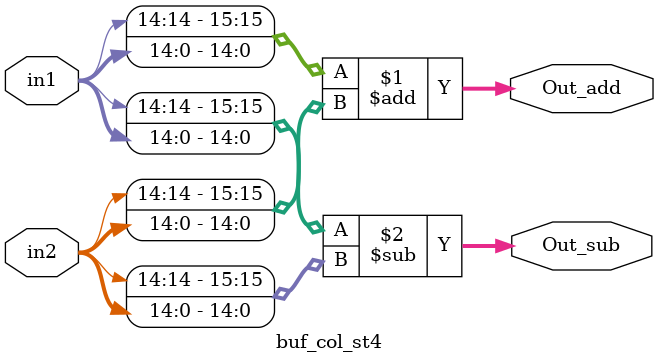
<source format=v>

module DCT_1D_col
    #(parameter C_bit = 7, parameter BW = 12, parameter IN = 12)

    (X_k_out, x_n_in, clk, rstn, block_flag);

    output [16*BW-1:0]X_k_out;
    input [16*IN-1:0]x_n_in;  
    input clk, rstn, block_flag;

    //(12.0)
    wire signed[IN-1:0] x_0  = $signed(x_n_in[15*IN +: IN]);
    wire signed[IN-1:0] x_1  = $signed(x_n_in[14*IN +: IN]);
    wire signed[IN-1:0] x_2  = $signed(x_n_in[13*IN +: IN]);
    wire signed[IN-1:0] x_3  = $signed(x_n_in[12*IN +: IN]);
    wire signed[IN-1:0] x_4  = $signed(x_n_in[11*IN +: IN]);
    wire signed[IN-1:0] x_5  = $signed(x_n_in[10*IN +: IN]);
    wire signed[IN-1:0] x_6  = $signed(x_n_in[ 9*IN +: IN]);
    wire signed[IN-1:0] x_7  = $signed(x_n_in[ 8*IN +: IN]);
    wire signed[IN-1:0] x_8  = $signed(x_n_in[ 7*IN +: IN]);
    wire signed[IN-1:0] x_9  = $signed(x_n_in[ 6*IN +: IN]);
    wire signed[IN-1:0] x_10 = $signed(x_n_in[ 5*IN +: IN]);
    wire signed[IN-1:0] x_11 = $signed(x_n_in[ 4*IN +: IN]);
    wire signed[IN-1:0] x_12 = $signed(x_n_in[ 3*IN +: IN]);
    wire signed[IN-1:0] x_13 = $signed(x_n_in[ 2*IN +: IN]);
    wire signed[IN-1:0] x_14 = $signed(x_n_in[ 1*IN +: IN]);
    wire signed[IN-1:0] x_15 = $signed(x_n_in[ 0*IN +: IN]);

    wire signed[13-1:0] X_0_15_a, X_0_15_s;
    wire signed[13-1:0] X_1_14_a, X_1_14_s;
    wire signed[13-1:0] X_2_13_a, X_2_13_s;
    wire signed[13-1:0] X_3_12_a, X_3_12_s;
    wire signed[13-1:0] X_4_11_a, X_4_11_s;
    wire signed[13-1:0] X_5_10_a, X_5_10_s;
    wire signed[13-1:0] X_6_9_a, X_6_9_s;
    wire signed[13-1:0] X_7_8_a, X_7_8_s;


    wire signed[23-1:0] X_4, X_12;
    wire signed[12-1:0] X_4_trunc, X_12_trunc;

    // Common stage (Even, Odd) (12.0)
    buf_col_st1 buf1( X_0_15_a, X_0_15_s, x_0, x_15);
    buf_col_st1 buf2( X_1_14_a, X_1_14_s, x_1, x_14);
    buf_col_st1 buf3( X_2_13_a, X_2_13_s, x_2, x_13);
    buf_col_st1 buf4( X_3_12_a, X_3_12_s, x_3, x_12);
    buf_col_st1 buf5( X_4_11_a, X_4_11_s, x_4, x_11);
    buf_col_st1 buf6( X_5_10_a, X_5_10_s, x_5, x_10);
    buf_col_st1 buf7( X_6_9_a,  X_6_9_s,  x_6, x_9);
    buf_col_st1 buf8( X_7_8_a,  X_7_8_s,  x_7, x_8);

    wire signed[14-1:0] X_0_7_8_15_a, X_1_6_9_14_a, X_2_5_10_13_a, X_3_4_11_12_a;
    wire signed[14-1:0] X_0_7_8_15_s, X_1_6_9_14_s, X_2_5_10_13_s, X_3_4_11_12_s;

    // Even stage (13.0)
    buf_col_st2 buf2_1 (X_0_7_8_15_a,  X_0_7_8_15_s,  X_0_15_a, X_7_8_a);
    buf_col_st2 buf2_2 (X_1_6_9_14_a,  X_1_6_9_14_s,  X_1_14_a, X_6_9_a);
    buf_col_st2 buf2_3 (X_2_5_10_13_a, X_2_5_10_13_s, X_2_13_a, X_5_10_a);
    buf_col_st2 buf2_4 (X_3_4_11_12_a, X_3_4_11_12_s, X_3_12_a, X_4_11_a);

    wire signed[15-1:0] X1, X2, X3, X4;
    // 11 bit outcome (14.0)
    buf_col_st3 buf3_1 (X2, X4, X_1_6_9_14_a, X_2_5_10_13_a);
    buf_col_st3 buf3_2 (X1, X3, X_0_7_8_15_a,  X_3_4_11_12_a);

    // Even의 Even의 Even
    ////////////////////****** X[0], X[8] ******////////////////////
    wire signed[16-1:0] Pre_X_0;
    wire signed[16-1:0] Pre_X_8;
    wire signed[17-1:0] X_0;
    wire signed[21-1:0] X_8;
    wire signed[12-1:0] X_0_trunc; 
    wire signed[12-1:0] X_8_trunc;
    wire signed[12-1:0] X_0_test;
    wire overflow0, overflow1;

    // 15bit outcome (15.0)
    buf_col_st4 buf4_1 (Pre_X_0, Pre_X_8, X1, X2);

    // 19bit outcome (19.4) 승화가 알려준 꿀팁. $unsigned()
    ///assign overflow0 = ((Pre_X_0[15-1] & ~X1[14-1] & ~X2[14-1])) || ((~Pre_X_0[15-1] & X1[14-1] & X2[14-1]));
    //assign X_0 = overflow ? 15'b001111111111111 : $signed(Pre_X_0);
    
    assign X_0 = $signed(Pre_X_0);
    // 19bit outcome
    assign X_8 = $signed(Pre_X_8 << 4);

    // 12bit (12.0)
    assign X_0_test = block_flag ? X_0 >>> 3 : X_0 >>> 1;
    xor(overflow0, X_0_test[12-1], Pre_X_0[15-1]);
    // + 150 -50
    assign X_0_trunc = overflow0 ? (X_0_test[12-1] ? 12'b011111111111 : 12'b100000000000) : X_0_test;
    assign X_8_trunc = X_8[17-1:5];

    // Even의 Even의 Odd
    ////////////////////****** X[4], X[12] ******////////////////////
    // 19bit outcome (19.6)
    //buf_col_st4_mult buf4_2 (X_4, X_12, X3, X4, C_4, C_12);

    assign X_4 = $signed((X3 << 4)) + $signed((X3 << 2)) + $signed(X3) + $signed(X4 << 3) + $signed(X4);
    assign X_12 = (X3 <<< 3) + (X3) - ((X4 <<< 4) + (X4 <<< 2) + X4);
    
    // 12bit (12.1) 앞에서 6비트, 뒤에서 5비트 자르기
    assign X_4_trunc = X_4[17-1:5];
    assign X_12_trunc = X_12[17-1:5];

    // Even의 Odd
    ////////////////////****** X[2], X[6], X[10], X[14] ******////////////////////
    // 18.6
    wire signed [22-1:0] Pre_X_10_1, Pre_X_6_1, Pre_X_10_2, Pre_X_6_2;
    //buf_col_st3_mult buf3_3 (Pre_X_10_1, Pre_X_6_1, X_0_7_8_15_s, X_3_4_11_12_s, C_10, C_6);
    //buf_col_st3_mult buf3_4 (Pre_X_6_2, Pre_X_10_2, X_1_6_9_14_s, X_2_5_10_13_s, C_14, C_2);

    // C10 = 0001101, C6 = 0010011
    // C10 * X_0_7_8_15_s + C6 * X_3_4_11_12_s
    // -C10 * X_3_4_11_12 + C6 * X_0_7_8_15_s
    assign Pre_X_10_1 = (X_0_7_8_15_s <<< 3) + (X_0_7_8_15_s <<< 2) + (X_0_7_8_15_s) + (X_3_4_11_12_s <<< 4) + (X_3_4_11_12_s <<< 1) + (X_3_4_11_12_s);
    assign Pre_X_6_1 = -((X_3_4_11_12_s <<< 3) + (X_3_4_11_12_s <<< 2) + (X_3_4_11_12_s)) + ((X_0_7_8_15_s <<< 4) + (X_0_7_8_15_s <<< 1) + (X_0_7_8_15_s));

    // C14 = 0000100, C2 = 0010110
    // C14 * X_1_6_9_14_s + C2 * X_2_5_10_13_s
    // -C14 * X_2_5_10_13_s + C2 * X_1_6_9_14_s
    assign Pre_X_6_2 = (X_1_6_9_14_s <<< 2)  + (X_2_5_10_13_s <<< 4) + (X_2_5_10_13_s <<< 2) + (X_2_5_10_13_s <<< 1);
    assign Pre_X_10_2 = -((X_2_5_10_13_s <<< 2)) + ((X_1_6_9_14_s <<< 4) + (X_1_6_9_14_s <<< 2) + (X_1_6_9_14_s <<< 1));
    
    // 22.6
    wire signed [23-1:0] X_10, X_6;
    // 22bit outcome
    assign X_10 = Pre_X_10_1 - Pre_X_10_2;
    assign X_6 = Pre_X_6_1 - Pre_X_6_2;

    // 12bit truncation
    wire signed [12-1:0] X_10_trunc, X_6_trunc;
    assign X_10_trunc = X_10[17-1:5];
    assign X_6_trunc = X_6[17-1:5];

    // X[2], X[6]
    wire signed [22-1:0] Pre_X_2_1, Pre_X_14_1, Pre_X_2_2, Pre_X_14_2;
    //buf_col_st3_mult buf3_5 (Pre_X_2_1, Pre_X_14_1, X_0_7_8_15_s, X_3_4_11_12_s, C_2, C_14);
    //buf_col_st3_mult buf3_6 (Pre_X_2_2, Pre_X_14_2, X_2_5_10_13_s, X_1_6_9_14_s, C_10, C_6);

    // C2 = 0010110, C14 = 0000100
    // C2 * X_0_7_8_15_s + C14 * X_3_4_11_12_s
    // -C2 * X_3_4_11_12_s + C14 * X_0_7_8_15_s
    assign Pre_X_2_1 = (X_0_7_8_15_s <<< 4) + (X_0_7_8_15_s <<< 2) + (X_0_7_8_15_s <<< 1) + (X_3_4_11_12_s <<< 2);
    assign Pre_X_14_1 = -((X_3_4_11_12_s <<< 4) + (X_3_4_11_12_s <<< 2) + (X_3_4_11_12_s <<< 1)) + ((X_0_7_8_15_s <<< 2));

    // C10 = 0001101, C6 = 0010011
    // C10 * X_2_5_10_13_s + C6 * X_1_6_9_14_s
    // -C10 * X_1_6_9_14_s + C6 * X_2_5_10_13_s
    assign Pre_X_2_2 = (X_2_5_10_13_s <<< 3) + (X_2_5_10_13_s <<< 2) + (X_2_5_10_13_s) + (X_1_6_9_14_s <<< 4) + (X_1_6_9_14_s <<< 1) + (X_1_6_9_14_s);
    assign Pre_X_14_2 = -((X_1_6_9_14_s <<< 3) + (X_1_6_9_14_s <<< 2) + (X_1_6_9_14_s)) + ((X_2_5_10_13_s <<< 4) + (X_2_5_10_13_s <<< 1) + (X_2_5_10_13_s));

    wire signed [23-1:0] X_2, X_14;
    // 19bit outcome
    assign X_2 = Pre_X_2_1 + Pre_X_2_2;
    assign X_14 = Pre_X_14_1 + Pre_X_14_2;

    // 12bit truncation
    wire signed [12-1:0] X_2_trunc, X_14_trunc;
    assign X_2_trunc = X_2[17-1:5];
    assign X_14_trunc = X_14[17-1:5];

    // Odd part
    ////////////////////****** X[1], X[15] ******////////////////////

    wire signed [23-1:0] Pre_X_1, Pre_X_15;
    wire signed [21-1:0] X1_1, X15_1, X1_2, X15_2, X1_3, X15_3, X1_4, X15_4;
    wire signed [12-1:0] X_1_test;
    wire overflow_chk1;
    
    //buf_col_st2_mult buf_1_15_1 (X1_1, X15_1, X_0_15_s, X_7_8_s, C_1, C_15);
    //buf_col_st2_mult buf_1_15_2 (X1_2, X15_2, X_1_14_s, X_6_9_s, C_3, C_13);
    //buf_col_st2_mult buf_1_15_3 (X1_3, X15_3, X_2_13_s, X_5_10_s, C_5, C_11);
    //buf_col_st2_mult buf_1_15_4 (X1_4, X15_4, X_3_12_s, X_4_11_s, C_7, C_9);

    // C1 = 0010111, C15 = 0000010
    // C1 * X_0_15_s + C15 * X_7_8_s
    // -C1 * X_7_8_s + C15 * X_0_15_s
    assign X1_1 = (X_0_15_s <<< 4) + (X_0_15_s <<< 2) + (X_0_15_s <<< 1) + X_0_15_s + (X_7_8_s <<< 1);
    assign X15_1 = -((X_7_8_s <<< 4) + (X_7_8_s <<< 2) + (X_7_8_s <<< 1) + X_7_8_s) + ((X_0_15_s <<< 1));

    // C3 = 0010110, C13 = 0000111
    // C3 * X_1_14_s + C13 * X_6_9_s
    // -C3 * X_6_9_s + C13 * X_1_14_s
    assign X1_2 = ((X_1_14_s <<< 4)+(X_1_14_s <<< 2)+(X_1_14_s <<< 1))  + (X_6_9_s <<< 2) + (X_6_9_s <<< 1) + (X_6_9_s);
    assign X15_2 = -((X_6_9_s <<< 4) + (X_6_9_s <<< 2) + (X_6_9_s <<< 1)) + ((X_1_14_s <<< 2)+(X_1_14_s <<< 1)+(X_1_14_s));

    // C5 = 0010100, C11 = 0001011
    // C5 * X_2_13_s + C11 * X_5_10_s
    // -C5 * X_5_10_s + C11 * X_2_13_s
    assign X1_3 = (X_2_13_s <<< 4) + (X_2_13_s <<< 2) + (X_5_10_s <<< 3) + (X_5_10_s <<< 1) + (X_5_10_s);
    assign X15_3 = -((X_5_10_s <<< 4) + (X_5_10_s <<< 2)) + ((X_2_13_s <<< 3) + (X_2_13_s <<< 1) + (X_2_13_s));

    // C7 = 0010001, C9 = 0001110
    // C7 * X_3_12_s + C9 * X_4_11_s
    // -C7 * X_4_11_s + C9 * X_3_12_s
    assign X1_4 = (X_3_12_s <<< 4) + (X_3_12_s) + (X_4_11_s <<< 3) + (X_4_11_s <<< 2) + (X_4_11_s <<< 1);
    assign X15_4 = -((X_4_11_s <<< 4) + (X_4_11_s)) + ((X_3_12_s <<< 3) + (X_3_12_s <<< 2) + (X_3_12_s <<< 1));

    assign Pre_X_1 = X1_1 + X1_2 + X1_3 + X1_4;
    assign X_1_test = Pre_X_1[17-1:5];
    assign Pre_X_15 = X15_1 - X15_2 + X15_3 - X15_4;

    xor(overflow_chk1, X_1_test[12-1], Pre_X_1[22-1]);

    // 11bit truncation
    wire signed [12-1:0] X_1_trunc, X_15_trunc;
    assign X_1_trunc = overflow_chk1? (X_1_test[12-1] ? 12'b011111111111 : 12'b100000000000) : X_1_test;
    assign X_15_trunc = Pre_X_15[17-1:5];


    ////////////////////****** X[3], X[13] ******////////////////////

    wire signed [24-1:0] Pre_X_3, Pre_X_13;
    wire signed [21-1:0] X3_1, X13_1, X3_2, X13_2, X3_3, X13_3, X3_4, X13_4;

    //buf_col_st2_mult buf_3_13_1 (X3_1, X13_1, X_0_15_s, -X_7_8_s, C_3, C_13);
    //buf_col_st2_mult buf_3_13_2 (X3_2, X13_2, X_1_14_s, -X_6_9_s, C_9, C_7);
    //buf_col_st2_mult buf_3_13_3 (X3_3, X13_3, X_2_13_s, -X_5_10_s, C_15, C_1);
    //buf_col_st2_mult buf_3_13_4 (X3_4, X13_4, X_3_12_s, X_4_11_s, C_11, C_5);

    // C3 = 0010110, C13 = 0000111
    // C3 * X_0_15_s  C13 * X_7_8_s
    // -C3 * X_7_8_s + C13 * X_0_15_s
    //assign X_7_8_s = -X_7_8_s;
    assign X3_1 = (X_0_15_s <<< 4) + (X_0_15_s <<< 2) + (X_0_15_s <<< 1) -((X_7_8_s <<< 2) + (X_7_8_s <<< 1) + (X_7_8_s));
    assign X13_1 = ((X_7_8_s <<< 4) + (X_7_8_s <<< 2) + (X_7_8_s <<< 1)) + ((X_0_15_s <<< 2) + (X_0_15_s <<< 1) + (X_0_15_s));

    // C9 = 0001110, C7 = 0010001
    // C9 * X_1_14_s + C7 * X_6_9_s
    // -C9 * X_6_9_s + C7 * X_1_14_s
    //assign X_6_9_s = -X_6_9_s;
    assign X3_2 = (X_1_14_s <<< 3) + (X_1_14_s <<< 2) + (X_1_14_s <<< 1) - ((X_6_9_s <<< 4) + (X_6_9_s));
    assign X13_2 = ((X_6_9_s <<< 3) + (X_6_9_s <<< 2) + (X_6_9_s <<< 1)) + ((X_1_14_s <<< 4) + (X_1_14_s));

    // C15 = 0000010, C1 = 0010111
    // C15 * X_2_13_s + C1 * X_5_10_s
    // -C15 * X_5_10_s + C1 * X_2_13_s
    //assign X_5_10_s = -X_5_10_s;
    assign X3_3 = (X_2_13_s <<< 1) - ((X_5_10_s <<< 4) + (X_5_10_s <<< 2) + (X_5_10_s <<< 1) + X_5_10_s);
    assign X13_3 = ((X_5_10_s <<< 1)) + ((X_2_13_s <<< 4) + (X_2_13_s <<< 2) + (X_2_13_s <<< 1) + (X_2_13_s));

    // C11 = 0001011, C5 = 0010100
    // C11 * X_3_12_s + C5 * X_4_11_s
    // -C11 * X_4_11_s + C5 * X_3_12_s
    assign X3_4 = ((X_3_12_s <<< 3) + (X_3_12_s <<< 1) + (X_3_12_s)) + (X_4_11_s <<< 4) + (X_4_11_s <<< 2);
    assign X13_4 = -((X_4_11_s <<< 3) + (X_4_11_s <<< 1) + (X_4_11_s)) + ((X_3_12_s <<< 4) + (X_3_12_s <<< 2));

    assign Pre_X_3 = X3_1 + X3_2 + X3_3 - X3_4;
    assign Pre_X_13 = X13_1 - X13_2 + X13_3 - X13_4;

    // 11bit truncation
    wire signed [12-1:0] X_3_trunc, X_13_trunc;
    assign X_3_trunc = Pre_X_3[17-1:5];
    assign X_13_trunc = Pre_X_13[17-1:5];

    ////////////////////****** X[5], X[11] ******////////////////////

    wire signed [24-1:0] Pre_X_5, Pre_X_11;
    wire signed [21-1:0] X5_1, X11_1, X5_2, X11_2, X5_3, X11_3, X5_4, X11_4;
    
    //buf_col_st2_mult buf_5_11_1 (X5_1, X11_1, X_0_15_s, X_7_8_s, C_5, C_11);
    //buf_col_st2_mult buf_5_11_2 (X5_2, X11_2, X_1_14_s, X_6_9_s, C_15, C_1);
    //buf_col_st2_mult buf_5_11_3 (X5_3, X11_3, X_2_13_s, -X_5_10_s, C_7, C_9);
    //buf_col_st2_mult buf_5_11_4 (X5_4, X11_4, X_3_12_s, X_4_11_s, C_3, C_13);

    // C5 = 0010100, C11 = 0001011
    // C5 * X_0_15_s + C11 * X_7_8_s
    // -C5 * X_7_8_s + C11 * X_0_15_s
    assign X5_1 = (X_0_15_s <<< 4) + (X_0_15_s <<< 2) + (X_7_8_s <<< 3) + (X_7_8_s <<< 1) + (X_7_8_s);
    assign X11_1 = -((X_7_8_s <<< 4) + (X_7_8_s <<< 2)) + ((X_0_15_s <<< 3) + (X_0_15_s <<< 1) + (X_0_15_s));

    // C15 = 0000010, C1 = 0010111
    // C15 * X_1_14_s + C1 * X_6_9_s
    // -C15 * X_6_9_s + C1 * X_1_14_s
    assign X5_2 = (X_1_14_s <<< 1) + ((X_6_9_s <<< 4) + (X_6_9_s <<< 2) + (X_6_9_s <<< 1) + X_6_9_s);
    assign X11_2 = -((X_6_9_s <<< 1)) + ((X_1_14_s <<< 4) + (X_1_14_s <<< 2) + (X_1_14_s <<< 1) + (X_1_14_s));

    // C7 = 0010001, C9 = 0001110
    // C7 * X_2_13_s + C9 * X_5_10_s
    // -C7 * X_5_10_s + C9 * X_2_13_s
    assign X5_3 = (X_2_13_s <<< 4) + (X_2_13_s) - ((X_5_10_s <<< 3) + (X_5_10_s <<< 2) + (X_5_10_s <<< 1));
    assign X11_3 = ((X_5_10_s <<< 4) + (X_5_10_s)) + ((X_2_13_s <<< 3) + (X_2_13_s <<< 2) + (X_2_13_s <<< 1));

    // C3 = 0010110, C13 = 0000111
    // C3 * X_3_12_s + C13 * X_4_11_s
    // -C3 * X_4_11_s + C13 * X_3_12_s
    assign X5_4 = (X_3_12_s <<< 4) + (X_3_12_s <<< 2) + (X_3_12_s <<< 1) + (X_4_11_s <<< 2) + (X_4_11_s <<< 1) + X_4_11_s;
    assign X11_4 = -((X_4_11_s <<< 4) + (X_4_11_s <<< 2) + (X_4_11_s <<< 1)) + ((X_3_12_s <<< 2) + (X_3_12_s <<< 1) + X_3_12_s);

    assign Pre_X_5 = X5_1 + X5_2 - X5_3 - X5_4;
    assign Pre_X_11 = X11_1 - X11_2 + X11_3 + X11_4;

    // 11bit truncation
    wire signed [12-1:0] X_5_trunc, X_11_trunc;
    assign X_5_trunc = Pre_X_5[17-1:5];
    assign X_11_trunc = Pre_X_11[17-1:5];

    ////////////////////****** X[7], X[9] ******////////////////////

    wire signed [24-1:0] Pre_X_7, Pre_X_9;
    wire signed [21-1:0] X7_1, X9_1, X7_2, X9_2, X7_3, X9_3, X7_4, X9_4;

    //buf_col_st2_mult buf_7_9_1 (X7_1, X9_1, X_0_15_s, -X_7_8_s, C_7, C_9);
    //buf_col_st2_mult buf_7_9_2 (X7_2, X9_2, X_1_14_s, X_6_9_s, C_11, C_5);
    //buf_col_st2_mult buf_7_9_3 (X7_3, X9_3, X_2_13_s, -X_5_10_s, C_3, C_13);
    //buf_col_st2_mult buf_7_9_4 (X7_4, X9_4, X_3_12_s, X_4_11_s, C_15, C_1);

    // C7 = 0010001, C9 = 0001110
    // C7 * X_0_15_s + C9 * X_7_8_s
    // -C7 * X_7_8_s + C9 * X_0_15_s
    //assign X_7_8_s = -X_7_8_s;
    assign X7_1 = (X_0_15_s <<< 4) + (X_0_15_s) - ((X_7_8_s <<< 3) + (X_7_8_s <<< 2) + (X_7_8_s <<< 1));
    assign X9_1 = ((X_7_8_s <<< 4) + (X_7_8_s)) + ((X_0_15_s <<< 3) + (X_0_15_s <<< 2) + (X_0_15_s <<< 1));

    // C11 = 0001011, C5 = 0010100
    // C11 * X_1_14_s + C5 * X_6_9_s
    // -C11 * X_6_9_s + C5 * X_1_14_s
    assign X7_2 = (X_1_14_s <<< 3) + (X_1_14_s <<< 1) + (X_1_14_s) + (X_6_9_s <<< 4) + (X_6_9_s <<< 2);
    assign X9_2 = -((X_6_9_s <<< 3) + (X_6_9_s <<< 1) + (X_6_9_s)) + ((X_1_14_s <<< 4) + (X_1_14_s <<< 2));

    // C3 = 0010110, C13 = 0000111
    // C3 * X_2_13_s + C13 * X_5_10_s
    // -C3 * X_5_10_s + C13 * X_2_13_s
    //assign X_5_10_s = -X_5_10_s;
    assign X7_3 = (X_2_13_s <<< 4) + (X_2_13_s <<< 2) + (X_2_13_s <<< 1) - ((X_5_10_s <<< 2) + (X_5_10_s <<< 1) + X_5_10_s);
    assign X9_3 = ((X_5_10_s <<< 4) + (X_5_10_s <<< 2) + (X_5_10_s <<< 1)) + ((X_2_13_s <<< 2) + (X_2_13_s <<< 1) + X_2_13_s);

    // C15 = 0000010, C1 = 0010111
    // C15 * X_3_12_s + C1 * X_4_11_s
    // -C15 * X_4_11_s + C1 * X_3_12_s
    assign X7_4 = (X_3_12_s <<< 1) + ((X_4_11_s <<< 4) + (X_4_11_s <<< 2) + (X_4_11_s <<< 1) + X_4_11_s);
    assign X9_4 = -((X_4_11_s <<< 1)) + ((X_3_12_s <<< 4) + (X_3_12_s <<< 2) + (X_3_12_s <<< 1) + (X_3_12_s));

    assign Pre_X_7 = X7_1 - X7_2 - X7_3 + X7_4;
    assign Pre_X_9 = X9_1 - X9_2 - X9_3 + X9_4;

    // 11bit truncation
    wire signed [12-1:0] X_7_trunc, X_9_trunc;
    assign X_7_trunc = Pre_X_7[17-1:5];
    assign X_9_trunc = Pre_X_9[17-1:5];

    assign X_k_out = {X_0_trunc, X_1_trunc, X_2_trunc, X_3_trunc, X_4_trunc, X_5_trunc, X_6_trunc, X_7_trunc, X_8_trunc, X_9_trunc, X_10_trunc, X_11_trunc, X_12_trunc, X_13_trunc, X_14_trunc, X_15_trunc};


endmodule

module buf_col_st1(Out_add, Out_sub, in1, in2);
    output signed[13-1:0] Out_add;
    output signed[13-1:0] Out_sub;
    input [12-1:0] in1;
    input [12-1:0] in2;

    assign Out_add = $signed(in1) + $signed(in2);
    assign Out_sub = $signed(in1) - $signed(in2);

endmodule

// 여전히 여기 output도 unsigned로 계산해야함.
module buf_col_st2(Out_add, Out_sub, in1, in2);
    output signed[14-1:0] Out_add;
    output signed[14-1:0] Out_sub;
    input signed[13-1:0] in1;
    input signed[13-1:0] in2;

    assign Out_add = $signed(in1) + $signed(in2);
    assign Out_sub = $signed(in1) - $signed(in2);

endmodule

// module buf_col_st2_mult(Out_add, Out_sub, in1, in2, c1, c2);
//     output signed[20-1:0] Out_add;
//     output signed[20-1:0] Out_sub;
//     input signed[7-1:0] c1, c2;
//     input signed[12-1:0] in1;
//     input signed[12-1:0] in2;

//     assign Out_add = in1 * c1 + in2 * c2;
//     assign Out_sub = in1 * c2 - in2 * c1;

// endmodule

module buf_col_st3(Out_add, Out_sub, in1, in2);
    output signed[15-1:0] Out_add;
    output signed[15-1:0] Out_sub;
    input signed[14-1:0] in1;
    input signed[14-1:0] in2;

    assign Out_add = $signed(in1) + $signed(in2);
    assign Out_sub = $signed(in1) - $signed(in2);

endmodule
// // Even의 Odd X[2], X[6], X[10], X[14]를 위한 butterfly 모듈
// module buf_col_st3_mult (Out_add, Out_sub, in1, in2, c1, c2);
//     output signed[21-1:0] Out_add;
//     output signed[21-1:0] Out_sub;
//     input signed[7-1:0] c1, c2;
//     input signed[13-1:0] in1;
//     input signed[13-1:0] in2;

//     assign Out_add = in1 * c1 + in2 * c2;
//     assign Out_sub = in1 * c2 - in2 * c1;

// endmodule

module buf_col_st4(Out_add, Out_sub, in1, in2);
    output signed[16-1:0] Out_add;
    output signed[16-1:0] Out_sub;
    input signed[15-1:0] in1, in2;

    assign Out_add = $signed(in1) + $signed(in2);
    assign Out_sub = $signed(in1) - $signed(in2);

endmodule

// // even X[4], X[12]를 위한 butterfly 모듈
// module buf_col_st4_mult(Out_add, Out_sub, in1, in2, c1, c2);
//     output signed[22-1:0] Out_add;
//     output signed[22-1:0] Out_sub;
//     input signed[7-1:0] c1, c2;
//     input signed[14-1:0] in1, in2;

//     assign Out_add = in1 * c1 + in2 * c2;
//     assign Out_sub = in1 * c2 - in2 * c1;

// endmodule
</source>
